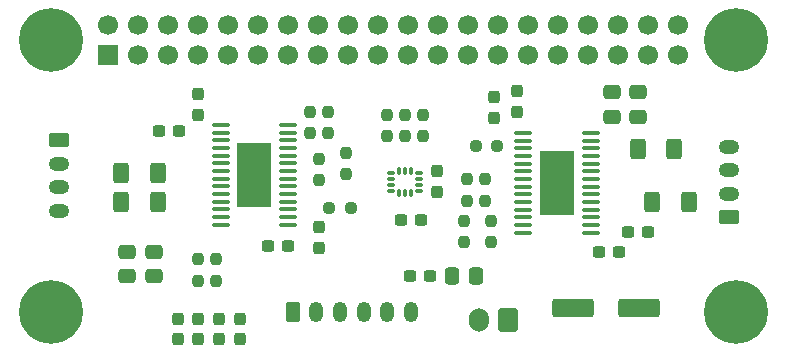
<source format=gbr>
%TF.GenerationSoftware,KiCad,Pcbnew,9.0.7*%
%TF.CreationDate,2026-01-26T17:00:03+01:00*%
%TF.ProjectId,Robot,526f626f-742e-46b6-9963-61645f706362,rev?*%
%TF.SameCoordinates,Original*%
%TF.FileFunction,Soldermask,Top*%
%TF.FilePolarity,Negative*%
%FSLAX46Y46*%
G04 Gerber Fmt 4.6, Leading zero omitted, Abs format (unit mm)*
G04 Created by KiCad (PCBNEW 9.0.7) date 2026-01-26 17:00:03*
%MOMM*%
%LPD*%
G01*
G04 APERTURE LIST*
G04 Aperture macros list*
%AMRoundRect*
0 Rectangle with rounded corners*
0 $1 Rounding radius*
0 $2 $3 $4 $5 $6 $7 $8 $9 X,Y pos of 4 corners*
0 Add a 4 corners polygon primitive as box body*
4,1,4,$2,$3,$4,$5,$6,$7,$8,$9,$2,$3,0*
0 Add four circle primitives for the rounded corners*
1,1,$1+$1,$2,$3*
1,1,$1+$1,$4,$5*
1,1,$1+$1,$6,$7*
1,1,$1+$1,$8,$9*
0 Add four rect primitives between the rounded corners*
20,1,$1+$1,$2,$3,$4,$5,0*
20,1,$1+$1,$4,$5,$6,$7,0*
20,1,$1+$1,$6,$7,$8,$9,0*
20,1,$1+$1,$8,$9,$2,$3,0*%
G04 Aperture macros list end*
%ADD10RoundRect,0.250000X0.337500X0.475000X-0.337500X0.475000X-0.337500X-0.475000X0.337500X-0.475000X0*%
%ADD11RoundRect,0.250000X-0.625000X0.350000X-0.625000X-0.350000X0.625000X-0.350000X0.625000X0.350000X0*%
%ADD12O,1.750000X1.200000*%
%ADD13RoundRect,0.237500X-0.250000X-0.237500X0.250000X-0.237500X0.250000X0.237500X-0.250000X0.237500X0*%
%ADD14RoundRect,0.237500X-0.237500X0.250000X-0.237500X-0.250000X0.237500X-0.250000X0.237500X0.250000X0*%
%ADD15RoundRect,0.250000X0.475000X-0.337500X0.475000X0.337500X-0.475000X0.337500X-0.475000X-0.337500X0*%
%ADD16RoundRect,0.237500X0.237500X-0.300000X0.237500X0.300000X-0.237500X0.300000X-0.237500X-0.300000X0*%
%ADD17RoundRect,0.237500X0.300000X0.237500X-0.300000X0.237500X-0.300000X-0.237500X0.300000X-0.237500X0*%
%ADD18RoundRect,0.237500X0.237500X-0.250000X0.237500X0.250000X-0.237500X0.250000X-0.237500X-0.250000X0*%
%ADD19RoundRect,0.100000X-0.637500X-0.100000X0.637500X-0.100000X0.637500X0.100000X-0.637500X0.100000X0*%
%ADD20R,2.850000X5.400000*%
%ADD21C,5.400000*%
%ADD22RoundRect,0.250000X0.400000X0.625000X-0.400000X0.625000X-0.400000X-0.625000X0.400000X-0.625000X0*%
%ADD23RoundRect,0.250000X-0.475000X0.337500X-0.475000X-0.337500X0.475000X-0.337500X0.475000X0.337500X0*%
%ADD24RoundRect,0.237500X0.237500X-0.287500X0.237500X0.287500X-0.237500X0.287500X-0.237500X-0.287500X0*%
%ADD25RoundRect,0.237500X-0.237500X0.300000X-0.237500X-0.300000X0.237500X-0.300000X0.237500X0.300000X0*%
%ADD26RoundRect,0.237500X-0.300000X-0.237500X0.300000X-0.237500X0.300000X0.237500X-0.300000X0.237500X0*%
%ADD27RoundRect,0.250000X-0.400000X-0.625000X0.400000X-0.625000X0.400000X0.625000X-0.400000X0.625000X0*%
%ADD28RoundRect,0.250000X0.600000X0.750000X-0.600000X0.750000X-0.600000X-0.750000X0.600000X-0.750000X0*%
%ADD29O,1.700000X2.000000*%
%ADD30RoundRect,0.250000X-0.350000X-0.625000X0.350000X-0.625000X0.350000X0.625000X-0.350000X0.625000X0*%
%ADD31O,1.200000X1.750000*%
%ADD32RoundRect,0.237500X0.250000X0.237500X-0.250000X0.237500X-0.250000X-0.237500X0.250000X-0.237500X0*%
%ADD33RoundRect,0.100000X0.637500X0.100000X-0.637500X0.100000X-0.637500X-0.100000X0.637500X-0.100000X0*%
%ADD34RoundRect,0.250000X0.625000X-0.350000X0.625000X0.350000X-0.625000X0.350000X-0.625000X-0.350000X0*%
%ADD35RoundRect,0.250000X-1.500000X-0.550000X1.500000X-0.550000X1.500000X0.550000X-1.500000X0.550000X0*%
%ADD36RoundRect,0.087500X-0.225000X-0.087500X0.225000X-0.087500X0.225000X0.087500X-0.225000X0.087500X0*%
%ADD37RoundRect,0.087500X-0.087500X-0.225000X0.087500X-0.225000X0.087500X0.225000X-0.087500X0.225000X0*%
%ADD38R,1.700000X1.700000*%
%ADD39C,1.700000*%
G04 APERTURE END LIST*
D10*
%TO.C,C21*%
X170537500Y-102800000D03*
X168462500Y-102800000D03*
%TD*%
D11*
%TO.C,J4*%
X135250000Y-91250000D03*
D12*
X135250000Y-93250000D03*
X135250000Y-95250000D03*
X135250000Y-97250000D03*
%TD*%
D13*
%TO.C,R12*%
X158087500Y-97000000D03*
X159912500Y-97000000D03*
%TD*%
D14*
%TO.C,R3*%
X169750000Y-94587500D03*
X169750000Y-96412500D03*
%TD*%
D15*
%TO.C,C2*%
X184250000Y-89287500D03*
X184250000Y-87212500D03*
%TD*%
D16*
%TO.C,C15*%
X157250000Y-100362500D03*
X157250000Y-98637500D03*
%TD*%
D17*
%TO.C,C12*%
X165862500Y-98000000D03*
X164137500Y-98000000D03*
%TD*%
D18*
%TO.C,R4*%
X169500000Y-99912500D03*
X169500000Y-98087500D03*
%TD*%
D19*
%TO.C,U1*%
X148887500Y-89975000D03*
X148887500Y-90625000D03*
X148887500Y-91275000D03*
X148887500Y-91925000D03*
X148887500Y-92575000D03*
X148887500Y-93225000D03*
X148887500Y-93875000D03*
X148887500Y-94525000D03*
X148887500Y-95175000D03*
X148887500Y-95825000D03*
X148887500Y-96475000D03*
X148887500Y-97125000D03*
X148887500Y-97775000D03*
X148887500Y-98425000D03*
X154612500Y-98425000D03*
X154612500Y-97775000D03*
X154612500Y-97125000D03*
X154612500Y-96475000D03*
X154612500Y-95825000D03*
X154612500Y-95175000D03*
X154612500Y-94525000D03*
X154612500Y-93875000D03*
X154612500Y-93225000D03*
X154612500Y-92575000D03*
X154612500Y-91925000D03*
X154612500Y-91275000D03*
X154612500Y-90625000D03*
X154612500Y-89975000D03*
D20*
X151750000Y-94200000D03*
%TD*%
D14*
%TO.C,R16*%
X158000000Y-88837500D03*
X158000000Y-90662500D03*
%TD*%
D17*
%TO.C,C3*%
X185112500Y-99000000D03*
X183387500Y-99000000D03*
%TD*%
D21*
%TO.C,H4*%
X192500000Y-105800000D03*
%TD*%
D22*
%TO.C,R13*%
X143550000Y-96500000D03*
X140450000Y-96500000D03*
%TD*%
D23*
%TO.C,C11*%
X141000000Y-100712500D03*
X141000000Y-102787500D03*
%TD*%
D18*
%TO.C,R15*%
X159500000Y-94162500D03*
X159500000Y-92337500D03*
%TD*%
D24*
%TO.C,D2*%
X145250000Y-108125000D03*
X145250000Y-106375000D03*
%TD*%
%TO.C,D5*%
X148750000Y-108125000D03*
X148750000Y-106375000D03*
%TD*%
D25*
%TO.C,C16*%
X172000000Y-87637500D03*
X172000000Y-89362500D03*
%TD*%
D14*
%TO.C,R19*%
X163000000Y-89087500D03*
X163000000Y-90912500D03*
%TD*%
D25*
%TO.C,C6*%
X147000000Y-87387500D03*
X147000000Y-89112500D03*
%TD*%
D14*
%TO.C,R9*%
X157250000Y-92837500D03*
X157250000Y-94662500D03*
%TD*%
D26*
%TO.C,C5*%
X143637500Y-90500000D03*
X145362500Y-90500000D03*
%TD*%
D14*
%TO.C,R14*%
X171750000Y-98087500D03*
X171750000Y-99912500D03*
%TD*%
D18*
%TO.C,R10*%
X156500000Y-90662500D03*
X156500000Y-88837500D03*
%TD*%
D23*
%TO.C,C14*%
X143250000Y-100712500D03*
X143250000Y-102787500D03*
%TD*%
D22*
%TO.C,R11*%
X143550000Y-94000000D03*
X140450000Y-94000000D03*
%TD*%
D27*
%TO.C,R6*%
X185450000Y-96500000D03*
X188550000Y-96500000D03*
%TD*%
D24*
%TO.C,D1*%
X150500000Y-108125000D03*
X150500000Y-106375000D03*
%TD*%
D28*
%TO.C,J5*%
X173250000Y-106500000D03*
D29*
X170750000Y-106500000D03*
%TD*%
D30*
%TO.C,J2*%
X155000000Y-105800000D03*
D31*
X157000000Y-105800000D03*
X159000000Y-105800000D03*
X161000000Y-105800000D03*
X163000000Y-105800000D03*
X165000000Y-105800000D03*
%TD*%
D14*
%TO.C,R1*%
X148500000Y-101337500D03*
X148500000Y-103162500D03*
%TD*%
D32*
%TO.C,R7*%
X172325000Y-91750000D03*
X170500000Y-91750000D03*
%TD*%
D25*
%TO.C,C13*%
X167250000Y-93887500D03*
X167250000Y-95612500D03*
%TD*%
D33*
%TO.C,U2*%
X180237500Y-99100000D03*
X180237500Y-98450000D03*
X180237500Y-97800000D03*
X180237500Y-97150000D03*
X180237500Y-96500000D03*
X180237500Y-95850000D03*
X180237500Y-95200000D03*
X180237500Y-94550000D03*
X180237500Y-93900000D03*
X180237500Y-93250000D03*
X180237500Y-92600000D03*
X180237500Y-91950000D03*
X180237500Y-91300000D03*
X180237500Y-90650000D03*
X174512500Y-90650000D03*
X174512500Y-91300000D03*
X174512500Y-91950000D03*
X174512500Y-92600000D03*
X174512500Y-93250000D03*
X174512500Y-93900000D03*
X174512500Y-94550000D03*
X174512500Y-95200000D03*
X174512500Y-95850000D03*
X174512500Y-96500000D03*
X174512500Y-97150000D03*
X174512500Y-97800000D03*
X174512500Y-98450000D03*
X174512500Y-99100000D03*
D20*
X177375000Y-94875000D03*
%TD*%
D27*
%TO.C,R8*%
X184200000Y-92000000D03*
X187300000Y-92000000D03*
%TD*%
D14*
%TO.C,R18*%
X166000000Y-89087500D03*
X166000000Y-90912500D03*
%TD*%
D16*
%TO.C,C4*%
X174000000Y-88862500D03*
X174000000Y-87137500D03*
%TD*%
D21*
%TO.C,H1*%
X134500000Y-82800000D03*
%TD*%
D24*
%TO.C,D6*%
X147000000Y-108125000D03*
X147000000Y-106375000D03*
%TD*%
D26*
%TO.C,C17*%
X164887500Y-102800000D03*
X166612500Y-102800000D03*
%TD*%
D21*
%TO.C,H2*%
X192500000Y-82800000D03*
%TD*%
%TO.C,H3*%
X134500000Y-105800000D03*
%TD*%
D14*
%TO.C,R2*%
X147000000Y-101337500D03*
X147000000Y-103162500D03*
%TD*%
%TO.C,R20*%
X164500000Y-89087500D03*
X164500000Y-90912500D03*
%TD*%
D17*
%TO.C,C7*%
X154612500Y-100250000D03*
X152887500Y-100250000D03*
%TD*%
D34*
%TO.C,J3*%
X191950000Y-97800000D03*
D12*
X191950000Y-95800000D03*
X191950000Y-93800000D03*
X191950000Y-91800000D03*
%TD*%
D15*
%TO.C,C1*%
X182000000Y-89287500D03*
X182000000Y-87212500D03*
%TD*%
D18*
%TO.C,R5*%
X171250000Y-96412500D03*
X171250000Y-94587500D03*
%TD*%
D35*
%TO.C,C20*%
X178700000Y-105500000D03*
X184300000Y-105500000D03*
%TD*%
D36*
%TO.C,U$1*%
X163337500Y-94050000D03*
X163337500Y-94550000D03*
X163337500Y-95050000D03*
X163337500Y-95550000D03*
D37*
X164000000Y-95712500D03*
X164500000Y-95712500D03*
X165000000Y-95712500D03*
D36*
X165662500Y-95550000D03*
X165662500Y-95050000D03*
X165662500Y-94550000D03*
X165662500Y-94050000D03*
D37*
X165000000Y-93887500D03*
X164500000Y-93887500D03*
X164000000Y-93887500D03*
%TD*%
D26*
%TO.C,C8*%
X180887500Y-100750000D03*
X182612500Y-100750000D03*
%TD*%
D38*
%TO.C,J1*%
X139400000Y-84040000D03*
D39*
X139400000Y-81500000D03*
X141940000Y-84040000D03*
X141940000Y-81500000D03*
X144480000Y-84040000D03*
X144480000Y-81500000D03*
X147020000Y-84040000D03*
X147020000Y-81500000D03*
X149560000Y-84040000D03*
X149560000Y-81500000D03*
X152100000Y-84040000D03*
X152100000Y-81500000D03*
X154640000Y-84040000D03*
X154640000Y-81500000D03*
X157180000Y-84040000D03*
X157180000Y-81500000D03*
X159720000Y-84040000D03*
X159720000Y-81500000D03*
X162260000Y-84040000D03*
X162260000Y-81500000D03*
X164800000Y-84040000D03*
X164800000Y-81500000D03*
X167340000Y-84040000D03*
X167340000Y-81500000D03*
X169880000Y-84040000D03*
X169880000Y-81500000D03*
X172420000Y-84040000D03*
X172420000Y-81500000D03*
X174960000Y-84040000D03*
X174960000Y-81500000D03*
X177500000Y-84040000D03*
X177500000Y-81500000D03*
X180040000Y-84040000D03*
X180040000Y-81500000D03*
X182580000Y-84040000D03*
X182580000Y-81500000D03*
X185120000Y-84040000D03*
X185120000Y-81500000D03*
X187660000Y-84040000D03*
X187660000Y-81500000D03*
%TD*%
M02*

</source>
